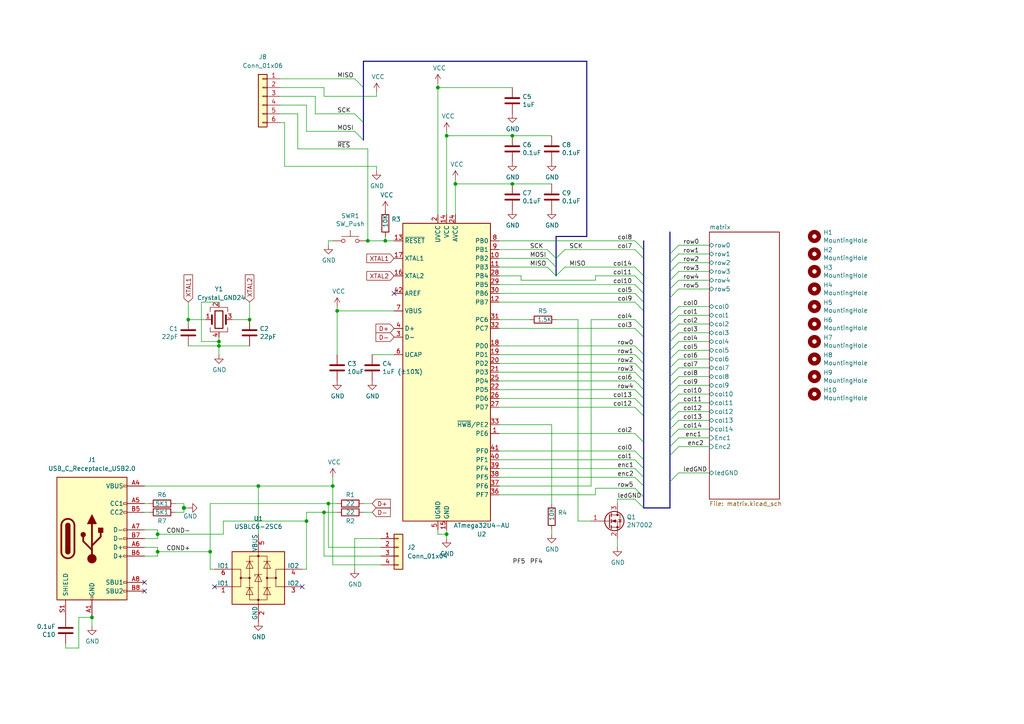
<source format=kicad_sch>
(kicad_sch (version 20231120) (generator "eeschema") (generator_version "8.0")
  (paper "A4")
  (title_block (title "Adelheid") (rev "2.0") (company "floookay"))
  (lib_symbols
    (symbol "Connector:USB_C_Receptacle_USB2.0" (pin_names (offset 1.016))
      (property "Reference" "J" (at -10.16 19.05 0))
      (property "Value" "USB_C_Receptacle_USB2.0" (at 19.05 19.05 0))
      (symbol "USB_C_Receptacle_USB2.0_0_0"
        (rectangle (start -0.254 -17.78) (end 0.254 -16.764))
        (rectangle (start 10.16 -14.986) (end 9.144 -15.494))
        (rectangle (start 10.16 -12.446) (end 9.144 -12.954))
        (rectangle (start 10.16 -4.826) (end 9.144 -5.334))
        (rectangle (start 10.16 -2.286) (end 9.144 -2.794))
        (rectangle (start 10.16 0.254) (end 9.144 -0.254))
        (rectangle (start 10.16 2.794) (end 9.144 2.286))
        (rectangle (start 10.16 7.874) (end 9.144 7.366))
        (rectangle (start 10.16 10.414) (end 9.144 9.906))
        (rectangle (start 10.16 15.494) (end 9.144 14.986))
      )
      (symbol "USB_C_Receptacle_USB2.0_0_1"
        (rectangle (start -10.16 17.78) (end 10.16 -17.78) (stroke (width 0.254)) (fill (type background)))
        (arc (start -8.89 -3.81) (mid -6.985 -5.7067) (end -5.08 -3.81) (stroke (width 0.508)))
        (arc (start -7.62 -3.81) (mid -6.985 -4.4423) (end -6.35 -3.81) (stroke (width 0.254)))
        (arc (start -7.62 -3.81) (mid -6.985 -4.4423) (end -6.35 -3.81) (stroke (width 0.254)) (fill (type outline)))
        (rectangle (start -7.62 -3.81) (end -6.35 3.81) (stroke (width 0.254)) (fill (type outline)))
        (arc (start -6.35 3.81) (mid -6.985 4.4423) (end -7.62 3.81) (stroke (width 0.254)))
        (arc (start -6.35 3.81) (mid -6.985 4.4423) (end -7.62 3.81) (stroke (width 0.254)) (fill (type outline)))
        (arc (start -5.08 3.81) (mid -6.985 5.7067) (end -8.89 3.81) (stroke (width 0.508)))
        (circle (center -2.54 1.143) (radius 0.635) (stroke (width 0.254)) (fill (type outline)))
        (circle (center 0 -5.842) (radius 1.27) (fill (type outline)))
        (polyline (pts (xy -8.89 -3.81) (xy -8.89 3.81)) (stroke (width 0.508)))
        (polyline (pts (xy -5.08 3.81) (xy -5.08 -3.81)) (stroke (width 0.508)))
        (polyline (pts (xy 0 -5.842) (xy 0 4.318)) (stroke (width 0.508)))
        (polyline (pts (xy 0 -3.302) (xy -2.54 -0.762) (xy -2.54 0.508)) (stroke (width 0.508)))
        (polyline (pts (xy 0 -2.032) (xy 2.54 0.508) (xy 2.54 1.778)) (stroke (width 0.508)))
        (polyline (pts (xy -1.27 4.318) (xy 0 6.858) (xy 1.27 4.318) (xy -1.27 4.318)) (stroke (width 0.254)) (fill (type outline)))
        (rectangle (start 1.905 1.778) (end 3.175 3.048) (stroke (width 0.254)) (fill (type outline)))
      )
      (symbol "USB_C_Receptacle_USB2.0_1_1"
        (pin passive line (at 0 -22.86 90) (length 5.08) (name "GND") (number "A1"))
        (pin passive line (at 0 -22.86 90) (length 5.08) hide (name "GND") (number "A12"))
        (pin passive line (at 15.24 15.24 180) (length 5.08) (name "VBUS") (number "A4"))
        (pin bidirectional line (at 15.24 10.16 180) (length 5.08) (name "CC1") (number "A5"))
        (pin bidirectional line (at 15.24 -2.54 180) (length 5.08) (name "D+") (number "A6"))
        (pin bidirectional line (at 15.24 2.54 180) (length 5.08) (name "D-") (number "A7"))
        (pin bidirectional line (at 15.24 -12.7 180) (length 5.08) (name "SBU1") (number "A8"))
        (pin passive line (at 15.24 15.24 180) (length 5.08) hide (name "VBUS") (number "A9"))
        (pin passive line (at 0 -22.86 90) (length 5.08) hide (name "GND") (number "B1"))
        (pin passive line (at 0 -22.86 90) (length 5.08) hide (name "GND") (number "B12"))
        (pin passive line (at 15.24 15.24 180) (length 5.08) hide (name "VBUS") (number "B4"))
        (pin bidirectional line (at 15.24 7.62 180) (length 5.08) (name "CC2") (number "B5"))
        (pin bidirectional line (at 15.24 -5.08 180) (length 5.08) (name "D+") (number "B6"))
        (pin bidirectional line (at 15.24 0 180) (length 5.08) (name "D-") (number "B7"))
        (pin bidirectional line (at 15.24 -15.24 180) (length 5.08) (name "SBU2") (number "B8"))
        (pin passive line (at 15.24 15.24 180) (length 5.08) hide (name "VBUS") (number "B9"))
        (pin passive line (at -7.62 -22.86 90) (length 5.08) (name "SHIELD") (number "S1"))
      )
    )
    (symbol "Connector_Generic:Conn_01x04" (pin_names (offset 1.016) hide)
      (property "Reference" "J" (at 0 5.08 0))
      (property "Value" "Conn_01x04" (at 0 -7.62 0))
      (symbol "Conn_01x04_1_1"
        (rectangle (start -1.27 -4.953) (end 0 -5.207) (stroke (width 0.1524)))
        (rectangle (start -1.27 -2.413) (end 0 -2.667) (stroke (width 0.1524)))
        (rectangle (start -1.27 0.127) (end 0 -0.127) (stroke (width 0.1524)))
        (rectangle (start -1.27 2.667) (end 0 2.413) (stroke (width 0.1524)))
        (rectangle (start -1.27 3.81) (end 1.27 -6.35) (stroke (width 0.254)) (fill (type background)))
        (pin passive line (at -5.08 2.54 0) (length 3.81) (name "Pin_1") (number "1"))
        (pin passive line (at -5.08 0 0) (length 3.81) (name "Pin_2") (number "2"))
        (pin passive line (at -5.08 -2.54 0) (length 3.81) (name "Pin_3") (number "3"))
        (pin passive line (at -5.08 -5.08 0) (length 3.81) (name "Pin_4") (number "4"))
      )
    )
    (symbol "Connector_Generic:Conn_01x06" (pin_names (offset 1.016) hide)
      (property "Reference" "J" (at 0 7.62 0))
      (property "Value" "Conn_01x06" (at 0 -10.16 0))
      (symbol "Conn_01x06_1_1"
        (rectangle (start -1.27 -7.493) (end 0 -7.747) (stroke (width 0.1524)))
        (rectangle (start -1.27 -4.953) (end 0 -5.207) (stroke (width 0.1524)))
        (rectangle (start -1.27 -2.413) (end 0 -2.667) (stroke (width 0.1524)))
        (rectangle (start -1.27 0.127) (end 0 -0.127) (stroke (width 0.1524)))
        (rectangle (start -1.27 2.667) (end 0 2.413) (stroke (width 0.1524)))
        (rectangle (start -1.27 5.207) (end 0 4.953) (stroke (width 0.1524)))
        (rectangle (start -1.27 6.35) (end 1.27 -8.89) (stroke (width 0.254)) (fill (type background)))
        (pin passive line (at -5.08 5.08 0) (length 3.81) (name "Pin_1") (number "1"))
        (pin passive line (at -5.08 2.54 0) (length 3.81) (name "Pin_2") (number "2"))
        (pin passive line (at -5.08 0 0) (length 3.81) (name "Pin_3") (number "3"))
        (pin passive line (at -5.08 -2.54 0) (length 3.81) (name "Pin_4") (number "4"))
        (pin passive line (at -5.08 -5.08 0) (length 3.81) (name "Pin_5") (number "5"))
        (pin passive line (at -5.08 -7.62 0) (length 3.81) (name "Pin_6") (number "6"))
      )
    )
    (symbol "Device:C" (pin_numbers hide) (pin_names (offset 0.254))
      (property "Reference" "C" (at 0.635 2.54 0))
      (property "Value" "C" (at 0.635 -2.54 0))
      (symbol "C_0_1"
        (polyline (pts (xy -2.032 -0.762) (xy 2.032 -0.762)) (stroke (width 0.508)))
        (polyline (pts (xy -2.032 0.762) (xy 2.032 0.762)) (stroke (width 0.508)))
      )
      (symbol "C_1_1"
        (pin passive line (at 0 3.81 270) (length 2.794) (name "~") (number "1"))
        (pin passive line (at 0 -3.81 90) (length 2.794) (name "~") (number "2"))
      )
    )
    (symbol "Device:Crystal_GND24" (pin_names (offset 1.016) hide)
      (property "Reference" "Y" (at 3.175 5.08 0))
      (property "Value" "Crystal_GND24" (at 3.175 3.175 0))
      (symbol "Crystal_GND24_0_1"
        (rectangle (start -1.143 2.54) (end 1.143 -2.54) (stroke (width 0.3048)))
        (polyline (pts (xy -2.54 0) (xy -2.032 0)))
        (polyline (pts (xy -2.032 -1.27) (xy -2.032 1.27)) (stroke (width 0.508)))
        (polyline (pts (xy 0 -3.81) (xy 0 -3.556)))
        (polyline (pts (xy 0 3.556) (xy 0 3.81)))
        (polyline (pts (xy 2.032 -1.27) (xy 2.032 1.27)) (stroke (width 0.508)))
        (polyline (pts (xy 2.032 0) (xy 2.54 0)))
        (polyline (pts (xy -2.54 -2.286) (xy -2.54 -3.556) (xy 2.54 -3.556) (xy 2.54 -2.286)))
        (polyline (pts (xy -2.54 2.286) (xy -2.54 3.556) (xy 2.54 3.556) (xy 2.54 2.286)))
      )
      (symbol "Crystal_GND24_1_1"
        (pin passive line (at -3.81 0 0) (length 1.27) (name "1") (number "1"))
        (pin passive line (at 0 5.08 270) (length 1.27) (name "2") (number "2"))
        (pin passive line (at 3.81 0 180) (length 1.27) (name "3") (number "3"))
        (pin passive line (at 0 -5.08 90) (length 1.27) (name "4") (number "4"))
      )
    )
    (symbol "Device:R" (pin_numbers hide) (pin_names (offset 0))
      (property "Reference" "R" (at 2.032 0 90))
      (property "Value" "R" (at 0 0 90))
      (symbol "R_0_1"
        (rectangle (start -1.016 -2.54) (end 1.016 2.54) (stroke (width 0.254)))
      )
      (symbol "R_1_1"
        (pin passive line (at 0 3.81 270) (length 1.27) (name "~") (number "1"))
        (pin passive line (at 0 -3.81 90) (length 1.27) (name "~") (number "2"))
      )
    )
    (symbol "Mechanical:MountingHole" (pin_names (offset 1.016))
      (property "Reference" "H" (at 0 5.08 0))
      (property "Value" "MountingHole" (at 0 3.175 0))
      (symbol "MountingHole_0_1"
        (circle (center 0 0) (radius 1.27) (stroke (width 1.27)))
      )
    )
    (symbol "Switch:SW_Push" (pin_numbers hide) (pin_names (offset 1.016) hide)
      (property "Reference" "SW" (at 1.27 2.54 0))
      (property "Value" "SW_Push" (at 0 -1.524 0))
      (symbol "SW_Push_0_1"
        (circle (center -2.032 0) (radius 0.508))
        (polyline (pts (xy 0 1.27) (xy 0 3.048)))
        (polyline (pts (xy 2.54 1.27) (xy -2.54 1.27)))
        (circle (center 2.032 0) (radius 0.508))
        (pin passive line (at -5.08 0 0) (length 2.54) (name "1") (number "1"))
        (pin passive line (at 5.08 0 180) (length 2.54) (name "2") (number "2"))
      )
    )
    (symbol "Transistor_FET:2N7002" (pin_names hide)
      (property "Reference" "Q" (at 5.08 1.905 0))
      (property "Value" "2N7002" (at 5.08 0 0))
      (symbol "2N7002_0_1"
        (polyline (pts (xy 0.254 0) (xy -2.54 0)))
        (polyline (pts (xy 0.254 1.905) (xy 0.254 -1.905)) (stroke (width 0.254)))
        (polyline (pts (xy 0.762 -1.27) (xy 0.762 -2.286)) (stroke (width 0.254)))
        (polyline (pts (xy 0.762 0.508) (xy 0.762 -0.508)) (stroke (width 0.254)))
        (polyline (pts (xy 0.762 2.286) (xy 0.762 1.27)) (stroke (width 0.254)))
        (polyline (pts (xy 2.54 2.54) (xy 2.54 1.778)))
        (polyline (pts (xy 2.54 -2.54) (xy 2.54 0) (xy 0.762 0)))
        (polyline (pts (xy 0.762 -1.778) (xy 3.302 -1.778) (xy 3.302 1.778) (xy 0.762 1.778)))
        (polyline (pts (xy 1.016 0) (xy 2.032 0.381) (xy 2.032 -0.381) (xy 1.016 0)) (fill (type outline)))
        (polyline (pts (xy 2.794 0.508) (xy 2.921 0.381) (xy 3.683 0.381) (xy 3.81 0.254)))
        (polyline (pts (xy 3.302 0.381) (xy 2.921 -0.254) (xy 3.683 -0.254) (xy 3.302 0.381)))
        (circle (center 1.651 0) (radius 2.794) (stroke (width 0.254)))
        (circle (center 2.54 -1.778) (radius 0.254) (fill (type outline)))
        (circle (center 2.54 1.778) (radius 0.254) (fill (type outline)))
      )
      (symbol "2N7002_1_1"
        (pin input line (at -5.08 0 0) (length 2.54) (name "G") (number "1"))
        (pin passive line (at 2.54 -5.08 90) (length 2.54) (name "S") (number "2"))
        (pin passive line (at 2.54 5.08 270) (length 2.54) (name "D") (number "3"))
      )
    )
    (symbol "keeb-comps:ATmega32U4-AU-MCU_Microchip_ATmega"
      (property "Reference" "U" (at -12.7 44.45 0))
      (property "Value" "adelheid-rescue_ATmega32U4-AU-MCU_Microchip_ATmega" (at 2.54 -44.45 0))
      (symbol "ATmega32U4-AU-MCU_Microchip_ATmega_0_1"
        (rectangle (start -12.7 -43.18) (end 12.7 43.18) (stroke (width 0.254)) (fill (type background)))
      )
      (symbol "ATmega32U4-AU-MCU_Microchip_ATmega_1_1"
        (pin tri_state line (at 15.24 -17.78 180) (length 2.54) (name "PE6") (number "1"))
        (pin tri_state line (at 15.24 33.02 180) (length 2.54) (name "PB2") (number "10"))
        (pin tri_state line (at 15.24 30.48 180) (length 2.54) (name "PB3") (number "11"))
        (pin tri_state line (at 15.24 20.32 180) (length 2.54) (name "PB7") (number "12"))
        (pin input line (at -15.24 38.1 0) (length 2.54) (name "~{RESET}") (number "13"))
        (pin power_in line (at 0 45.72 270) (length 2.54) (name "VCC") (number "14"))
        (pin power_in line (at 0 -45.72 90) (length 2.54) (name "GND") (number "15"))
        (pin output line (at -15.24 27.94 0) (length 2.54) (name "XTAL2") (number "16"))
        (pin input line (at -15.24 33.02 0) (length 2.54) (name "XTAL1") (number "17"))
        (pin tri_state line (at 15.24 7.62 180) (length 2.54) (name "PD0") (number "18"))
        (pin tri_state line (at 15.24 5.08 180) (length 2.54) (name "PD1") (number "19"))
        (pin power_in line (at -2.54 45.72 270) (length 2.54) (name "UVCC") (number "2"))
        (pin tri_state line (at 15.24 2.54 180) (length 2.54) (name "PD2") (number "20"))
        (pin tri_state line (at 15.24 0 180) (length 2.54) (name "PD3") (number "21"))
        (pin tri_state line (at 15.24 -5.08 180) (length 2.54) (name "PD5") (number "22"))
        (pin passive line (at 0 -45.72 90) (length 2.54) hide (name "GND") (number "23"))
        (pin power_in line (at 2.54 45.72 270) (length 2.54) (name "AVCC") (number "24"))
        (pin tri_state line (at 15.24 -2.54 180) (length 2.54) (name "PD4") (number "25"))
        (pin tri_state line (at 15.24 -7.62 180) (length 2.54) (name "PD6") (number "26"))
        (pin tri_state line (at 15.24 -10.16 180) (length 2.54) (name "PD7") (number "27"))
        (pin tri_state line (at 15.24 27.94 180) (length 2.54) (name "PB4") (number "28"))
        (pin tri_state line (at 15.24 25.4 180) (length 2.54) (name "PB5") (number "29"))
        (pin bidirectional line (at -15.24 10.16 0) (length 2.54) (name "D-") (number "3"))
        (pin tri_state line (at 15.24 22.86 180) (length 2.54) (name "PB6") (number "30"))
        (pin tri_state line (at 15.24 15.24 180) (length 2.54) (name "PC6") (number "31"))
        (pin tri_state line (at 15.24 12.7 180) (length 2.54) (name "PC7") (number "32"))
        (pin tri_state line (at 15.24 -15.24 180) (length 2.54) (name "~{HWB}/PE2") (number "33"))
        (pin passive line (at 0 45.72 270) (length 2.54) hide (name "VCC") (number "34"))
        (pin passive line (at 0 -45.72 90) (length 2.54) hide (name "GND") (number "35"))
        (pin tri_state line (at 15.24 -35.56 180) (length 2.54) (name "PF7") (number "36"))
        (pin tri_state line (at 15.24 -33.02 180) (length 2.54) (name "PF6") (number "37"))
        (pin tri_state line (at 15.24 -30.48 180) (length 2.54) (name "PF5") (number "38"))
        (pin tri_state line (at 15.24 -27.94 180) (length 2.54) (name "PF4") (number "39"))
        (pin bidirectional line (at -15.24 12.7 0) (length 2.54) (name "D+") (number "4"))
        (pin tri_state line (at 15.24 -25.4 180) (length 2.54) (name "PF1") (number "40"))
        (pin tri_state line (at 15.24 -22.86 180) (length 2.54) (name "PF0") (number "41"))
        (pin passive line (at -15.24 22.86 0) (length 2.54) (name "AREF") (number "42"))
        (pin passive line (at 0 -45.72 90) (length 2.54) hide (name "GND") (number "43"))
        (pin passive line (at 2.54 45.72 270) (length 2.54) hide (name "AVCC") (number "44"))
        (pin passive line (at -2.54 -45.72 90) (length 2.54) (name "UGND") (number "5"))
        (pin passive line (at -15.24 5.08 0) (length 2.54) (name "UCAP") (number "6"))
        (pin input line (at -15.24 17.78 0) (length 2.54) (name "VBUS") (number "7"))
        (pin tri_state line (at 15.24 38.1 180) (length 2.54) (name "PB0") (number "8"))
        (pin tri_state line (at 15.24 35.56 180) (length 2.54) (name "PB1") (number "9"))
      )
    )
    (symbol "keeb-comps:USBLC6-2SC6-Power_Protection-adelheid-rescue" (pin_names (offset 0))
      (property "Reference" "U" (at 5.08 8.89 0))
      (property "Value" "adelheid-rescue_USBLC6-2SC6-Power_Protection" (at 10.16 -10.16 0))
      (symbol "USBLC6-2SC6-Power_Protection-adelheid-rescue_0_1"
        (rectangle (start -7.62 -7.62) (end 7.62 7.62) (stroke (width 0.254)) (fill (type background)))
        (circle (center -5.08 0) (radius 0.254) (fill (type outline)))
        (circle (center -2.54 0) (radius 0.254) (fill (type outline)))
        (rectangle (start -2.54 6.35) (end 2.54 -6.35))
        (circle (center 0 -6.35) (radius 0.254) (fill (type outline)))
        (polyline (pts (xy -5.08 -2.54) (xy -7.62 -2.54)))
        (polyline (pts (xy -5.08 0) (xy -5.08 -2.54)))
        (polyline (pts (xy -5.08 2.54) (xy -7.62 2.54)))
        (polyline (pts (xy -1.524 -2.794) (xy -3.556 -2.794)))
        (polyline (pts (xy -1.524 4.826) (xy -3.556 4.826)))
        (polyline (pts (xy 0 -7.62) (xy 0 -6.35)))
        (polyline (pts (xy 0 -6.35) (xy 0 1.27)))
        (polyline (pts (xy 0 1.27) (xy 0 6.35)))
        (polyline (pts (xy 0 6.35) (xy 0 7.62)))
        (polyline (pts (xy 1.524 -2.794) (xy 3.556 -2.794)))
        (polyline (pts (xy 1.524 4.826) (xy 3.556 4.826)))
        (polyline (pts (xy 5.08 -2.54) (xy 7.62 -2.54)))
        (polyline (pts (xy 5.08 0) (xy 5.08 -2.54)))
        (polyline (pts (xy 5.08 2.54) (xy 7.62 2.54)))
        (polyline (pts (xy -2.54 0) (xy -5.08 0) (xy -5.08 2.54)))
        (polyline (pts (xy 2.54 0) (xy 5.08 0) (xy 5.08 2.54)))
        (polyline (pts (xy -3.556 -4.826) (xy -1.524 -4.826) (xy -2.54 -2.794) (xy -3.556 -4.826)))
        (polyline (pts (xy -3.556 2.794) (xy -1.524 2.794) (xy -2.54 4.826) (xy -3.556 2.794)))
        (polyline (pts (xy -1.016 -1.016) (xy 1.016 -1.016) (xy 0 1.016) (xy -1.016 -1.016)))
        (polyline (pts (xy 1.016 1.016) (xy 0.762 1.016) (xy -1.016 1.016) (xy -1.016 0.508)))
        (polyline (pts (xy 3.556 -4.826) (xy 1.524 -4.826) (xy 2.54 -2.794) (xy 3.556 -4.826)))
        (polyline (pts (xy 3.556 2.794) (xy 1.524 2.794) (xy 2.54 4.826) (xy 3.556 2.794)))
        (circle (center 0 6.35) (radius 0.254) (fill (type outline)))
        (circle (center 2.54 0) (radius 0.254) (fill (type outline)))
        (circle (center 5.08 0) (radius 0.254) (fill (type outline)))
      )
      (symbol "USBLC6-2SC6-Power_Protection-adelheid-rescue_1_1"
        (pin passive line (at -12.7 -2.54 0) (length 5.08) (name "IO1") (number "1"))
        (pin passive line (at 0 -12.7 90) (length 5.08) (name "GND") (number "2"))
        (pin passive line (at 12.7 -2.54 180) (length 5.08) (name "IO2") (number "3"))
        (pin passive line (at 12.7 2.54 180) (length 5.08) (name "IO2") (number "4"))
        (pin passive line (at 0 12.7 270) (length 5.08) (name "VBUS") (number "5"))
        (pin passive line (at -12.7 2.54 0) (length 5.08) (name "IO1") (number "6"))
      )
    )
    (symbol "power:GND" (power) (pin_names (offset 0))
      (property "Value" "GND" (at 0 -3.81 0))
      (symbol "GND_0_1"
        (polyline (pts (xy 0 0) (xy 0 -1.27) (xy 1.27 -1.27) (xy 0 -2.54) (xy -1.27 -1.27) (xy 0 -1.27)))
      )
      (symbol "GND_1_1"
        (pin power_in line (at 0 0 270) (length 0) hide (name "GND") (number "1"))
      )
    )
    (symbol "power:VCC" (power) (pin_names (offset 0))
      (property "Value" "VCC" (at 0 3.81 0))
      (symbol "VCC_0_1"
        (polyline (pts (xy -0.762 1.27) (xy 0 2.54)))
        (polyline (pts (xy 0 0) (xy 0 2.54)))
        (polyline (pts (xy 0 2.54) (xy 0.762 1.27)))
      )
      (symbol "VCC_1_1"
        (pin power_in line (at 0 0 90) (length 0) hide (name "VCC") (number "1"))
      )
    )
  )
  (junction (at 53.34 147.32) (diameter 1.016))
  (junction (at 26.67 179.07))
  (junction (at 106.68 69.85))
  (junction (at 60.96 160.02))
  (junction (at 45.72 160.02))
  (junction (at 148.59 39.37))
  (junction (at 63.5 99.06))
  (junction (at 96.52 140.97))
  (junction (at 88.9 151.13))
  (junction (at 129.54 39.37))
  (junction (at 74.93 140.97))
  (junction (at 63.5 100.33))
  (junction (at 129.54 154.94))
  (junction (at 97.79 90.17))
  (junction (at 148.59 53.34))
  (junction (at 95.25 146.05))
  (junction (at 111.76 69.85))
  (junction (at 132.08 53.34))
  (junction (at 72.39 92.71))
  (junction (at 54.61 92.71))
  (junction (at 127 25.4))
  (junction (at 93.98 148.59))
  (junction (at 45.72 154.94))
  (no_connect (at 41.91 168.91))
  (no_connect (at 114.3 85.09))
  (no_connect (at 62.23 170.18))
  (no_connect (at 41.91 171.45))
  (no_connect (at 87.63 170.18))
  (bus_entry (at 184.15 130.81) (size 2.54 2.54))
  (bus_entry (at 102.87 38.1) (size 2.54 2.54))
  (bus_entry (at 184.15 118.11) (size 2.54 2.54))
  (bus_entry (at 184.15 77.47) (size 2.54 2.54))
  (bus_entry (at 194.31 116.84) (size 2.54 -2.54))
  (bus_entry (at 194.31 109.22) (size 2.54 -2.54))
  (bus_entry (at 184.15 133.35) (size 2.54 2.54))
  (bus_entry (at 184.15 100.33) (size 2.54 2.54))
  (bus_entry (at 194.31 111.76) (size 2.54 -2.54))
  (bus_entry (at 102.87 22.86) (size 2.54 2.54))
  (bus_entry (at 194.31 81.28) (size 2.54 -2.54))
  (bus_entry (at 194.31 93.98) (size 2.54 -2.54))
  (bus_entry (at 194.31 83.82) (size 2.54 -2.54))
  (bus_entry (at 184.15 72.39) (size 2.54 2.54))
  (bus_entry (at 184.15 102.87) (size 2.54 2.54))
  (bus_entry (at 194.31 104.14) (size 2.54 -2.54))
  (bus_entry (at 194.31 121.92) (size 2.54 -2.54))
  (bus_entry (at 184.15 80.01) (size 2.54 2.54))
  (bus_entry (at 194.31 73.66) (size 2.54 -2.54))
  (bus_entry (at 194.31 101.6) (size 2.54 -2.54))
  (bus_entry (at 184.15 135.89) (size 2.54 2.54))
  (bus_entry (at 184.15 87.63) (size 2.54 2.54))
  (bus_entry (at 194.31 139.7) (size 2.54 -2.54))
  (bus_entry (at 194.31 78.74) (size 2.54 -2.54))
  (bus_entry (at 194.31 91.44) (size 2.54 -2.54))
  (bus_entry (at 194.31 76.2) (size 2.54 -2.54))
  (bus_entry (at 184.15 138.43) (size 2.54 2.54))
  (bus_entry (at 186.69 147.32) (size -2.54 -2.54))
  (bus_entry (at 184.15 115.57) (size 2.54 2.54))
  (bus_entry (at 194.31 124.46) (size 2.54 -2.54))
  (bus_entry (at 194.31 132.08) (size 2.54 -2.54))
  (bus_entry (at 184.15 85.09) (size 2.54 2.54))
  (bus_entry (at 184.15 107.95) (size 2.54 2.54))
  (bus_entry (at 194.31 86.36) (size 2.54 -2.54))
  (bus_entry (at 184.15 82.55) (size 2.54 2.54))
  (bus_entry (at 184.15 92.71) (size 2.54 2.54))
  (bus_entry (at 194.31 114.3) (size 2.54 -2.54))
  (bus_entry (at 184.15 125.73) (size 2.54 2.54))
  (bus_entry (at 194.31 106.68) (size 2.54 -2.54))
  (bus_entry (at 158.75 72.39) (size 2.54 2.54))
  (bus_entry (at 194.31 99.06) (size 2.54 -2.54))
  (bus_entry (at 194.31 129.54) (size 2.54 -2.54))
  (bus_entry (at 184.15 95.25) (size 2.54 2.54))
  (bus_entry (at 158.75 77.47) (size 2.54 2.54))
  (bus_entry (at 184.15 69.85) (size 2.54 2.54))
  (bus_entry (at 194.31 96.52) (size 2.54 -2.54))
  (bus_entry (at 184.15 110.49) (size 2.54 2.54))
  (bus_entry (at 158.75 74.93) (size 2.54 2.54))
  (bus_entry (at 161.29 74.93) (size 2.54 -2.54))
  (bus_entry (at 194.31 127) (size 2.54 -2.54))
  (bus_entry (at 102.87 33.02) (size 2.54 2.54))
  (bus_entry (at 194.31 119.38) (size 2.54 -2.54))
  (bus_entry (at 184.15 105.41) (size 2.54 2.54))
  (bus_entry (at 161.29 80.01) (size 2.54 -2.54))
  (bus_entry (at 186.69 144.145) (size -2.54 -2.54))
  (bus_entry (at 184.15 113.03) (size 2.54 2.54))
  (wire (pts (xy 88.9 151.13) (xy 88.9 165.1)))
  (bus (pts (xy 161.29 74.93) (xy 161.29 77.47)))
  (wire (pts (xy 127 153.67) (xy 127 154.94)))
  (wire (pts (xy 196.85 109.22) (xy 205.74 109.22)))
  (bus (pts (xy 194.31 78.74) (xy 194.31 81.28)))
  (bus (pts (xy 186.69 118.11) (xy 186.69 120.65)))
  (wire (pts (xy 93.98 161.29) (xy 110.49 161.29)))
  (wire (pts (xy 67.31 92.71) (xy 72.39 92.71)))
  (wire (pts (xy 163.83 77.47) (xy 184.15 77.47)))
  (wire (pts (xy 161.29 92.71) (xy 167.64 92.71)))
  (bus (pts (xy 194.31 111.76) (xy 194.31 114.3)))
  (bus (pts (xy 194.31 86.36) (xy 194.31 91.44)))
  (wire (pts (xy 172.72 141.605) (xy 172.72 143.51)))
  (wire (pts (xy 96.52 163.83) (xy 110.49 163.83)))
  (wire (pts (xy 163.83 72.39) (xy 184.15 72.39)))
  (wire (pts (xy 196.85 93.98) (xy 205.74 93.98)))
  (bus (pts (xy 194.31 104.14) (xy 194.31 106.68)))
  (wire (pts (xy 19.05 187.96) (xy 22.86 187.96)))
  (wire (pts (xy 60.96 165.1) (xy 60.96 160.02)))
  (wire (pts (xy 144.78 115.57) (xy 184.15 115.57)))
  (bus (pts (xy 194.31 81.28) (xy 194.31 83.82)))
  (wire (pts (xy 205.74 73.66) (xy 196.85 73.66)))
  (wire (pts (xy 196.85 76.2) (xy 205.74 76.2)))
  (bus (pts (xy 105.41 35.56) (xy 105.41 40.64)))
  (wire (pts (xy 41.91 140.97) (xy 74.93 140.97)))
  (wire (pts (xy 179.07 144.78) (xy 179.07 146.05)))
  (wire (pts (xy 93.98 161.29) (xy 93.98 148.59)))
  (wire (pts (xy 144.78 135.89) (xy 184.15 135.89)))
  (bus (pts (xy 105.41 17.78) (xy 105.41 25.4)))
  (wire (pts (xy 91.44 27.94) (xy 91.44 33.02)))
  (bus (pts (xy 194.31 121.92) (xy 194.31 124.46)))
  (wire (pts (xy 96.52 138.43) (xy 96.52 140.97)))
  (wire (pts (xy 45.72 160.02) (xy 45.72 161.29)))
  (wire (pts (xy 144.78 143.51) (xy 172.72 143.51)))
  (wire (pts (xy 97.79 90.17) (xy 97.79 102.87)))
  (wire (pts (xy 88.9 148.59) (xy 88.9 151.13)))
  (wire (pts (xy 74.93 140.97) (xy 74.93 154.94)))
  (bus (pts (xy 186.69 105.41) (xy 186.69 107.95)))
  (bus (pts (xy 194.31 109.22) (xy 194.31 111.76)))
  (wire (pts (xy 41.91 161.29) (xy 45.72 161.29)))
  (wire (pts (xy 96.52 69.85) (xy 95.25 69.85)))
  (wire (pts (xy 109.22 48.26) (xy 109.22 49.53)))
  (wire (pts (xy 196.85 106.68) (xy 205.74 106.68)))
  (wire (pts (xy 196.85 78.74) (xy 205.74 78.74)))
  (wire (pts (xy 45.72 154.94) (xy 45.72 156.21)))
  (bus (pts (xy 194.31 127) (xy 194.31 129.54)))
  (wire (pts (xy 95.25 146.05) (xy 97.79 146.05)))
  (wire (pts (xy 196.85 104.14) (xy 205.74 104.14)))
  (bus (pts (xy 105.41 25.4) (xy 105.41 35.56)))
  (bus (pts (xy 161.29 77.47) (xy 161.29 80.01)))
  (bus (pts (xy 194.31 83.82) (xy 194.31 86.36)))
  (wire (pts (xy 82.55 48.26) (xy 82.55 35.56)))
  (wire (pts (xy 196.85 99.06) (xy 205.74 99.06)))
  (wire (pts (xy 127 154.94) (xy 129.54 154.94)))
  (wire (pts (xy 54.61 92.71) (xy 59.69 92.71)))
  (wire (pts (xy 196.85 111.76) (xy 205.74 111.76)))
  (wire (pts (xy 58.42 87.63) (xy 58.42 99.06)))
  (wire (pts (xy 93.98 148.59) (xy 97.79 148.59)))
  (wire (pts (xy 110.49 156.21) (xy 102.87 156.21)))
  (wire (pts (xy 144.78 77.47) (xy 158.75 77.47)))
  (wire (pts (xy 26.67 179.07) (xy 26.67 181.61)))
  (wire (pts (xy 144.78 107.95) (xy 184.15 107.95)))
  (wire (pts (xy 144.78 85.09) (xy 184.15 85.09)))
  (wire (pts (xy 91.44 33.02) (xy 102.87 33.02)))
  (wire (pts (xy 53.34 147.32) (xy 53.34 148.59)))
  (wire (pts (xy 54.61 100.33) (xy 63.5 100.33)))
  (wire (pts (xy 132.08 52.07) (xy 132.08 53.34)))
  (wire (pts (xy 160.02 154.94) (xy 160.02 153.67)))
  (wire (pts (xy 54.61 92.71) (xy 54.61 87.63)))
  (wire (pts (xy 144.78 105.41) (xy 184.15 105.41)))
  (wire (pts (xy 132.08 53.34) (xy 132.08 62.23)))
  (wire (pts (xy 144.78 100.33) (xy 184.15 100.33)))
  (wire (pts (xy 95.25 158.75) (xy 110.49 158.75)))
  (wire (pts (xy 45.72 160.02) (xy 60.96 160.02)))
  (wire (pts (xy 45.72 154.94) (xy 64.77 154.94)))
  (wire (pts (xy 54.61 147.32) (xy 53.34 147.32)))
  (wire (pts (xy 22.86 187.96) (xy 22.86 179.07)))
  (wire (pts (xy 41.91 153.67) (xy 45.72 153.67)))
  (wire (pts (xy 86.36 43.18) (xy 106.68 43.18)))
  (bus (pts (xy 161.29 68.58) (xy 161.29 74.93)))
  (wire (pts (xy 45.72 153.67) (xy 45.72 154.94)))
  (bus (pts (xy 186.69 85.09) (xy 186.69 87.63)))
  (bus (pts (xy 186.69 82.55) (xy 186.69 85.09)))
  (wire (pts (xy 88.9 148.59) (xy 93.98 148.59)))
  (wire (pts (xy 196.85 91.44) (xy 205.74 91.44)))
  (wire (pts (xy 196.85 129.54) (xy 205.74 129.54)))
  (wire (pts (xy 144.78 123.19) (xy 160.02 123.19)))
  (wire (pts (xy 144.78 125.73) (xy 184.15 125.73)))
  (wire (pts (xy 96.52 140.97) (xy 74.93 140.97)))
  (wire (pts (xy 93.98 27.94) (xy 93.98 25.4)))
  (wire (pts (xy 111.76 68.58) (xy 111.76 69.85)))
  (wire (pts (xy 63.5 87.63) (xy 58.42 87.63)))
  (wire (pts (xy 172.72 141.605) (xy 184.15 141.605)))
  (wire (pts (xy 151.13 81.28) (xy 172.72 81.28)))
  (bus (pts (xy 194.31 67.31) (xy 194.31 73.66)))
  (wire (pts (xy 81.28 33.02) (xy 86.36 33.02)))
  (wire (pts (xy 196.85 127) (xy 205.74 127)))
  (wire (pts (xy 81.28 22.86) (xy 102.87 22.86)))
  (wire (pts (xy 144.78 113.03) (xy 184.15 113.03)))
  (wire (pts (xy 144.78 133.35) (xy 184.15 133.35)))
  (wire (pts (xy 167.64 92.71) (xy 167.64 151.13)))
  (wire (pts (xy 167.64 151.13) (xy 171.45 151.13)))
  (wire (pts (xy 81.28 27.94) (xy 91.44 27.94)))
  (wire (pts (xy 106.68 43.18) (xy 106.68 69.85)))
  (wire (pts (xy 144.78 87.63) (xy 184.15 87.63)))
  (wire (pts (xy 97.79 90.17) (xy 97.79 88.9)))
  (wire (pts (xy 132.08 53.34) (xy 148.59 53.34)))
  (wire (pts (xy 144.78 95.25) (xy 184.15 95.25)))
  (bus (pts (xy 194.31 91.44) (xy 194.31 93.98)))
  (wire (pts (xy 88.9 30.48) (xy 81.28 30.48)))
  (wire (pts (xy 43.18 146.05) (xy 41.91 146.05)))
  (bus (pts (xy 194.31 99.06) (xy 194.31 101.6)))
  (wire (pts (xy 144.78 140.97) (xy 171.45 140.97)))
  (wire (pts (xy 43.18 148.59) (xy 41.91 148.59)))
  (wire (pts (xy 129.54 153.67) (xy 129.54 154.94)))
  (wire (pts (xy 86.36 33.02) (xy 86.36 43.18)))
  (wire (pts (xy 129.54 38.1) (xy 129.54 39.37)))
  (wire (pts (xy 106.68 69.85) (xy 111.76 69.85)))
  (wire (pts (xy 196.85 119.38) (xy 205.74 119.38)))
  (wire (pts (xy 60.96 146.05) (xy 95.25 146.05)))
  (wire (pts (xy 105.41 148.59) (xy 107.95 148.59)))
  (wire (pts (xy 87.63 165.1) (xy 88.9 165.1)))
  (wire (pts (xy 127 24.13) (xy 127 25.4)))
  (bus (pts (xy 186.69 107.95) (xy 186.69 110.49)))
  (wire (pts (xy 196.85 101.6) (xy 205.74 101.6)))
  (wire (pts (xy 93.98 27.94) (xy 109.22 27.94)))
  (wire (pts (xy 45.72 158.75) (xy 45.72 160.02)))
  (wire (pts (xy 22.86 179.07) (xy 26.67 179.07)))
  (wire (pts (xy 111.76 69.85) (xy 114.3 69.85)))
  (bus (pts (xy 186.69 113.03) (xy 186.69 115.57)))
  (wire (pts (xy 88.9 38.1) (xy 102.87 38.1)))
  (wire (pts (xy 205.74 71.12) (xy 196.85 71.12)))
  (wire (pts (xy 95.25 69.85) (xy 95.25 71.12)))
  (bus (pts (xy 186.69 135.89) (xy 186.69 138.43)))
  (wire (pts (xy 72.39 92.71) (xy 72.39 87.63)))
  (wire (pts (xy 82.55 48.26) (xy 109.22 48.26)))
  (wire (pts (xy 196.85 124.46) (xy 205.74 124.46)))
  (bus (pts (xy 186.69 97.79) (xy 186.69 102.87)))
  (wire (pts (xy 64.77 151.13) (xy 88.9 151.13)))
  (wire (pts (xy 53.34 146.05) (xy 53.34 147.32)))
  (bus (pts (xy 105.41 17.78) (xy 170.18 17.78)))
  (wire (pts (xy 88.9 38.1) (xy 88.9 30.48)))
  (wire (pts (xy 50.8 148.59) (xy 53.34 148.59)))
  (wire (pts (xy 160.02 123.19) (xy 160.02 146.05)))
  (wire (pts (xy 148.59 25.4) (xy 127 25.4)))
  (wire (pts (xy 129.54 39.37) (xy 148.59 39.37)))
  (wire (pts (xy 196.85 81.28) (xy 205.74 81.28)))
  (wire (pts (xy 129.54 154.94) (xy 129.54 156.21)))
  (wire (pts (xy 144.78 110.49) (xy 184.15 110.49)))
  (wire (pts (xy 107.95 102.87) (xy 114.3 102.87)))
  (wire (pts (xy 196.85 96.52) (xy 205.74 96.52)))
  (bus (pts (xy 194.31 96.52) (xy 194.31 99.06)))
  (bus (pts (xy 186.69 147.32) (xy 194.31 147.32)))
  (wire (pts (xy 41.91 156.21) (xy 45.72 156.21)))
  (wire (pts (xy 144.78 102.87) (xy 184.15 102.87)))
  (bus (pts (xy 186.69 140.97) (xy 186.69 144.145)))
  (wire (pts (xy 102.87 156.21) (xy 102.87 165.1)))
  (wire (pts (xy 95.25 158.75) (xy 95.25 146.05)))
  (wire (pts (xy 144.78 118.11) (xy 184.15 118.11)))
  (wire (pts (xy 105.41 146.05) (xy 107.95 146.05)))
  (wire (pts (xy 171.45 140.97) (xy 171.45 92.71)))
  (wire (pts (xy 196.85 116.84) (xy 205.74 116.84)))
  (bus (pts (xy 194.31 116.84) (xy 194.31 119.38)))
  (bus (pts (xy 186.69 80.01) (xy 186.69 82.55)))
  (wire (pts (xy 196.85 83.82) (xy 205.74 83.82)))
  (bus (pts (xy 186.69 138.43) (xy 186.69 140.97)))
  (wire (pts (xy 172.72 80.01) (xy 172.72 81.28)))
  (wire (pts (xy 82.55 35.56) (xy 81.28 35.56)))
  (wire (pts (xy 72.39 100.33) (xy 63.5 100.33)))
  (bus (pts (xy 194.31 106.68) (xy 194.31 109.22)))
  (wire (pts (xy 196.85 88.9) (xy 205.74 88.9)))
  (wire (pts (xy 144.78 130.81) (xy 184.15 130.81)))
  (bus (pts (xy 194.31 139.7) (xy 194.31 147.32)))
  (bus (pts (xy 186.69 102.87) (xy 186.69 105.41)))
  (wire (pts (xy 63.5 102.87) (xy 63.5 100.33)))
  (bus (pts (xy 186.69 128.27) (xy 186.69 133.35)))
  (wire (pts (xy 196.85 114.3) (xy 205.74 114.3)))
  (wire (pts (xy 144.78 82.55) (xy 184.15 82.55)))
  (wire (pts (xy 41.91 158.75) (xy 45.72 158.75)))
  (wire (pts (xy 96.52 140.97) (xy 96.52 163.83)))
  (wire (pts (xy 151.13 80.01) (xy 151.13 81.28)))
  (bus (pts (xy 186.69 120.65) (xy 186.69 128.27)))
  (bus (pts (xy 186.69 95.25) (xy 186.69 97.79)))
  (bus (pts (xy 186.69 69.85) (xy 186.69 72.39)))
  (bus (pts (xy 186.69 110.49) (xy 186.69 113.03)))
  (wire (pts (xy 127 25.4) (xy 127 62.23)))
  (wire (pts (xy 144.78 74.93) (xy 158.75 74.93)))
  (wire (pts (xy 184.15 80.01) (xy 172.72 80.01)))
  (wire (pts (xy 144.78 138.43) (xy 184.15 138.43)))
  (bus (pts (xy 194.31 124.46) (xy 194.31 127)))
  (wire (pts (xy 144.78 80.01) (xy 151.13 80.01)))
  (wire (pts (xy 19.05 187.96) (xy 19.05 186.69)))
  (bus (pts (xy 170.18 17.78) (xy 170.18 68.58)))
  (wire (pts (xy 129.54 39.37) (xy 129.54 62.23)))
  (wire (pts (xy 144.78 69.85) (xy 184.15 69.85)))
  (wire (pts (xy 171.45 92.71) (xy 184.15 92.71)))
  (wire (pts (xy 109.22 27.94) (xy 109.22 26.67)))
  (bus (pts (xy 194.31 132.08) (xy 194.31 139.7)))
  (bus (pts (xy 186.69 90.17) (xy 186.69 95.25)))
  (bus (pts (xy 161.29 68.58) (xy 170.18 68.58)))
  (wire (pts (xy 62.23 165.1) (xy 60.96 165.1)))
  (bus (pts (xy 194.31 119.38) (xy 194.31 121.92)))
  (wire (pts (xy 196.85 121.92) (xy 205.74 121.92)))
  (bus (pts (xy 186.69 144.145) (xy 186.69 147.32)))
  (wire (pts (xy 196.85 137.16) (xy 205.74 137.16)))
  (wire (pts (xy 64.77 154.94) (xy 64.77 151.13)))
  (bus (pts (xy 194.31 76.2) (xy 194.31 78.74)))
  (wire (pts (xy 148.59 53.34) (xy 160.02 53.34)))
  (wire (pts (xy 60.96 160.02) (xy 60.96 146.05)))
  (bus (pts (xy 194.31 114.3) (xy 194.31 116.84)))
  (bus (pts (xy 194.31 73.66) (xy 194.31 76.2)))
  (wire (pts (xy 179.07 156.21) (xy 179.07 158.75)))
  (bus (pts (xy 186.69 133.35) (xy 186.69 135.89)))
  (wire (pts (xy 50.8 146.05) (xy 53.34 146.05)))
  (wire (pts (xy 179.07 144.78) (xy 184.15 144.78)))
  (bus (pts (xy 194.31 101.6) (xy 194.31 104.14)))
  (wire (pts (xy 93.98 25.4) (xy 81.28 25.4)))
  (bus (pts (xy 186.69 74.93) (xy 186.69 80.01)))
  (wire (pts (xy 114.3 90.17) (xy 97.79 90.17)))
  (wire (pts (xy 63.5 99.06) (xy 63.5 97.79)))
  (wire (pts (xy 148.59 39.37) (xy 160.02 39.37)))
  (bus (pts (xy 186.69 115.57) (xy 186.69 118.11)))
  (bus (pts (xy 194.31 129.54) (xy 194.31 132.08)))
  (wire (pts (xy 63.5 100.33) (xy 63.5 99.06)))
  (wire (pts (xy 58.42 99.06) (xy 63.5 99.06)))
  (bus (pts (xy 194.31 93.98) (xy 194.31 96.52)))
  (wire (pts (xy 158.75 72.39) (xy 144.78 72.39)))
  (bus (pts (xy 186.69 72.39) (xy 186.69 74.93)))
  (bus (pts (xy 186.69 87.63) (xy 186.69 90.17)))
  (wire (pts (xy 144.78 92.71) (xy 153.67 92.71)))
  (label "SCK" (at 165.1 72.39 0))
  (label "col2" (at 198.12 93.98 0))
  (label "col1" (at 198.12 91.44 0))
  (label "col4" (at 179.07 92.71 0))
  (label "MISO" (at 153.67 77.47 0))
  (label "col4" (at 198.12 99.06 0))
  (label "col9" (at 198.12 111.76 0))
  (label "PF4" (at 153.67 163.83 0))
  (label "col14" (at 198.12 124.46 0))
  (label "enc1" (at 179.07 135.89 0))
  (label "ledGND" (at 179.07 144.78 0))
  (label "row2" (at 179.07 105.41 0))
  (label "enc1" (at 198.755 127 0))
  (label "SCK" (at 97.79 33.02 0))
  (label "MOSI" (at 153.67 74.93 0))
  (label "col7" (at 198.12 106.68 0))
  (label "col8" (at 179.07 69.85 0))
  (label "col7" (at 179.07 72.39 0))
  (label "SCK" (at 153.67 72.39 0))
  (label "col8" (at 198.12 109.22 0))
  (label "row3" (at 198.12 78.74 0))
  (label "col10" (at 177.8 82.55 0))
  (label "row0" (at 198.12 71.12 0))
  (label "col1" (at 179.07 133.35 0))
  (label "COND-" (at 48.26 154.94 0))
  (label "row1" (at 198.12 73.66 0))
  (label "row3" (at 179.07 107.95 0))
  (label "enc2" (at 179.07 138.43 0))
  (label "col2" (at 179.07 125.73 0))
  (label "MOSI" (at 97.79 38.1 0))
  (label "col12" (at 177.8 118.11 0))
  (label "row2" (at 198.12 76.2 0))
  (label "col0" (at 179.07 130.81 0))
  (label "row4" (at 179.07 113.03 0))
  (label "row4" (at 198.12 81.28 0))
  (label "col3" (at 198.12 96.52 0))
  (label "~{RES}" (at 97.79 43.18 0))
  (label "enc2" (at 199.39 129.54 0))
  (label "col6" (at 179.07 110.49 0))
  (label "row5" (at 179.07 141.605 0))
  (label "row1" (at 179.07 102.87 0))
  (label "col3" (at 179.07 95.25 0))
  (label "col0" (at 198.12 88.9 0))
  (label "MISO" (at 165.1 77.47 0))
  (label "ledGND" (at 198.12 137.16 0))
  (label "col9" (at 179.07 87.63 0))
  (label "col11" (at 177.8 80.01 0))
  (label "col5" (at 198.12 101.6 0))
  (label "col10" (at 198.12 114.3 0))
  (label "col13" (at 177.8 115.57 0))
  (label "row5" (at 198.12 83.82 0))
  (label "col14" (at 177.8 77.47 0))
  (label "PF5" (at 152.4 163.83 180))
  (label "row0" (at 179.07 100.33 0))
  (label "col13" (at 198.12 121.92 0))
  (label "col6" (at 198.12 104.14 0))
  (label "MISO" (at 97.79 22.86 0))
  (label "COND+" (at 48.26 160.02 0))
  (label "col5" (at 179.07 85.09 0))
  (label "col11" (at 198.12 116.84 0))
  (label "col12" (at 198.12 119.38 0))
  (global_label "XTAL2" (shape input) (at 72.39 87.63 90) (property "Intersheetrefs" "${INTERSHEET_REFS}" (effects (hide yes))))
  (global_label "XTAL1" (shape input) (at 114.3 74.93 180) (property "Intersheetrefs" "${INTERSHEET_REFS}" (effects (hide yes))))
  (global_label "D+" (shape input) (at 114.3 95.25 180) (property "Intersheetrefs" "${INTERSHEET_REFS}" (effects (hide yes))))
  (global_label "D+" (shape input) (at 107.95 146.05 0) (property "Intersheetrefs" "${INTERSHEET_REFS}" (effects (hide yes))))
  (global_label "D-" (shape input) (at 114.3 97.79 180) (property "Intersheetrefs" "${INTERSHEET_REFS}" (effects (hide yes))))
  (global_label "XTAL1" (shape input) (at 54.61 87.63 90) (property "Intersheetrefs" "${INTERSHEET_REFS}" (effects (hide yes))))
  (global_label "D-" (shape input) (at 107.95 148.59 0) (property "Intersheetrefs" "${INTERSHEET_REFS}" (effects (hide yes))))
  (global_label "XTAL2" (shape input) (at 114.3 80.01 180) (property "Intersheetrefs" "${INTERSHEET_REFS}" (effects (hide yes))))
  (symbol (lib_id "keeb-comps:ATmega32U4-AU-MCU_Microchip_ATmega") (at 129.54 107.95 0) (unit 1)
    (property "Reference" "U2" (at 139.7 154.94 0))
    (property "Value" "ATmega32U4-AU" (at 139.7 152.4 0))
    (property "Footprint" "Package_QFP:TQFP-44_10x10mm_P0.8mm" (effects (hide yes)))
    (property "Datasheet" "http://ww1.microchip.com/downloads/en/DeviceDoc/Atmel-7766-8-bit-AVR-ATmega16U4-32U4_Datasheet.pdf" (effects (hide yes)))
  )
  (symbol (lib_id "keeb-comps:USBLC6-2SC6-Power_Protection-adelheid-rescue") (at 74.93 167.64 0) (unit 1)
    (property "Reference" "U1" (at 74.93 150.4188 0))
    (property "Value" "USBLC6-2SC6" (at 74.93 152.7302 0))
    (property "Footprint" "Package_TO_SOT_SMD:SOT-23-6" (effects (hide yes)))
    (property "Datasheet" "http://www2.st.com/resource/en/datasheet/CD00050750.pdf" (effects (hide yes)))
  )
  (symbol (lib_id "Device:R") (at 101.6 146.05 270) (unit 1)
    (property "Reference" "R1" (at 101.6 143.51 90))
    (property "Value" "22" (at 101.6 146.05 90))
    (property "Footprint" "Resistor_SMD:R_0805_2012Metric_Pad1.15x1.40mm_HandSolder" (effects (hide yes)))
  )
  (symbol (lib_id "Device:R") (at 101.6 148.59 270) (unit 1)
    (property "Reference" "R2" (at 101.6 151.13 90))
    (property "Value" "22" (at 101.6 148.59 90))
    (property "Footprint" "Resistor_SMD:R_0805_2012Metric_Pad1.15x1.40mm_HandSolder" (effects (hide yes)))
  )
  (symbol (lib_id "power:VCC") (at 96.52 138.43 0) (unit 1)
    (property "Reference" "#PWR0101" (effects (hide yes)))
    (property "Value" "VCC" (at 96.9518 134.0358 0))
  )
  (symbol (lib_id "power:GND") (at 26.67 181.61 0) (unit 1)
    (property "Reference" "#PWR0102" (effects (hide yes)))
    (property "Value" "GND" (at 26.797 186.0042 0))
  )
  (symbol (lib_id "power:GND") (at 74.93 180.34 0) (unit 1)
    (property "Reference" "#PWR0103" (effects (hide yes)))
    (property "Value" "GND" (at 75.057 184.7342 0))
  )
  (symbol (lib_id "Device:C") (at 107.95 106.68 0) (unit 1)
    (property "Reference" "C4" (at 110.871 105.5116 0) (effects (justify left)))
    (property "Value" "1uF (±10%)" (at 110.871 107.823 0) (effects (justify left)))
    (property "Footprint" "Capacitor_SMD:C_0603_1608Metric" (effects (hide yes)))
  )
  (symbol (lib_id "power:GND") (at 107.95 110.49 0) (unit 1)
    (property "Reference" "#PWR0104" (effects (hide yes)))
    (property "Value" "GND" (at 108.077 114.8842 0))
  )
  (symbol (lib_id "Device:Crystal_GND24") (at 63.5 92.71 0) (unit 1)
    (property "Reference" "Y1" (at 62.23 83.82 0) (effects (justify left)))
    (property "Value" "Crystal_GND24" (at 57.15 86.36 0) (effects (justify left)))
    (property "Footprint" "Crystal:Crystal_SMD_SeikoEpson_FA238-4Pin_3.2x2.5mm" (effects (hide yes)))
  )
  (symbol (lib_id "Device:C") (at 54.61 96.52 0) (mirror x) (unit 1)
    (property "Reference" "C1" (at 51.7144 95.3516 0) (effects (justify right)))
    (property "Value" "22pF" (at 51.7144 97.663 0) (effects (justify right)))
    (property "Footprint" "Capacitor_SMD:C_0402_1005Metric" (effects (hide yes)))
  )
  (symbol (lib_id "Device:C") (at 72.39 96.52 0) (unit 1)
    (property "Reference" "C2" (at 75.311 95.3516 0) (effects (justify left)))
    (property "Value" "22pF" (at 75.311 97.663 0) (effects (justify left)))
    (property "Footprint" "Capacitor_SMD:C_0402_1005Metric" (effects (hide yes)))
  )
  (symbol (lib_id "power:GND") (at 63.5 102.87 0) (unit 1)
    (property "Reference" "#PWR0105" (effects (hide yes)))
    (property "Value" "GND" (at 63.627 107.2642 0))
  )
  (symbol (lib_id "power:VCC") (at 97.79 88.9 0) (unit 1)
    (property "Reference" "#PWR0106" (effects (hide yes)))
    (property "Value" "VCC" (at 98.2218 84.5058 0))
  )
  (symbol (lib_id "Device:C") (at 97.79 106.68 0) (unit 1)
    (property "Reference" "C3" (at 100.711 105.5116 0) (effects (justify left)))
    (property "Value" "10uF" (at 100.711 107.823 0) (effects (justify left)))
    (property "Footprint" "Capacitors_SMD:C_0805_HandSoldering" (effects (hide yes)))
  )
  (symbol (lib_id "power:GND") (at 97.79 110.49 0) (unit 1)
    (property "Reference" "#PWR0107" (effects (hide yes)))
    (property "Value" "GND" (at 97.917 114.8842 0))
  )
  (symbol (lib_id "Switch:SW_Push") (at 101.6 69.85 0) (unit 1)
    (property "Reference" "SWR1" (at 101.6 62.611 0))
    (property "Value" "SW_Push" (at 101.6 64.9224 0))
    (property "Footprint" "Buttons_Switches_SMD:SW_SPST_TL3342" (effects (hide yes)))
  )
  (symbol (lib_id "power:GND") (at 95.25 71.12 0) (unit 1)
    (property "Reference" "#PWR0108" (effects (hide yes)))
    (property "Value" "GND" (at 95.377 75.5142 0))
  )
  (symbol (lib_id "Device:R") (at 111.76 64.77 0) (unit 1)
    (property "Reference" "R3" (at 113.538 63.6016 0) (effects (justify left)))
    (property "Value" "10K" (at 111.76 66.04 90) (effects (justify left)))
    (property "Footprint" "Resistor_SMD:R_0805_2012Metric_Pad1.15x1.40mm_HandSolder" (effects (hide yes)))
  )
  (symbol (lib_id "power:VCC") (at 111.76 60.96 0) (unit 1)
    (property "Reference" "#PWR0109" (effects (hide yes)))
    (property "Value" "VCC" (at 112.1918 56.5658 0))
  )
  (symbol (lib_id "power:GND") (at 148.59 33.02 0) (unit 1)
    (property "Reference" "#PWR0113" (effects (hide yes)))
    (property "Value" "GND" (at 148.717 37.4142 0))
  )
  (symbol (lib_id "power:VCC") (at 127 24.13 0) (unit 1)
    (property "Reference" "#PWR0110" (effects (hide yes)))
    (property "Value" "VCC" (at 127.4318 19.7358 0))
  )
  (symbol (lib_id "power:GND") (at 160.02 60.96 0) (unit 1)
    (property "Reference" "#PWR0111" (effects (hide yes)))
    (property "Value" "GND" (at 160.147 65.3542 0))
  )
  (symbol (lib_id "power:GND") (at 160.02 46.99 0) (unit 1)
    (property "Reference" "#PWR0112" (effects (hide yes)))
    (property "Value" "GND" (at 160.147 51.3842 0))
  )
  (symbol (lib_id "Device:C") (at 148.59 29.21 0) (unit 1)
    (property "Reference" "C5" (at 151.511 28.0416 0) (effects (justify left)))
    (property "Value" "1uF" (at 151.511 30.353 0) (effects (justify left)))
    (property "Footprint" "Capacitor_SMD:C_0603_1608Metric" (effects (hide yes)))
  )
  (symbol (lib_id "Device:C") (at 148.59 43.18 0) (unit 1)
    (property "Reference" "C6" (at 151.511 42.0116 0) (effects (justify left)))
    (property "Value" "0.1uF" (at 151.511 44.323 0) (effects (justify left)))
    (property "Footprint" "Capacitor_SMD:C_0402_1005Metric" (effects (hide yes)))
  )
  (symbol (lib_id "power:GND") (at 148.59 46.99 0) (unit 1)
    (property "Reference" "#PWR0114" (effects (hide yes)))
    (property "Value" "GND" (at 148.717 51.3842 0))
  )
  (symbol (lib_id "Device:C") (at 160.02 43.18 0) (unit 1)
    (property "Reference" "C8" (at 162.941 42.0116 0) (effects (justify left)))
    (property "Value" "0.1uF" (at 162.941 44.323 0) (effects (justify left)))
    (property "Footprint" "Capacitor_SMD:C_0402_1005Metric" (effects (hide yes)))
  )
  (symbol (lib_id "Device:C") (at 148.59 57.15 0) (unit 1)
    (property "Reference" "C7" (at 151.511 55.9816 0) (effects (justify left)))
    (property "Value" "0.1uF" (at 151.511 58.293 0) (effects (justify left)))
    (property "Footprint" "Capacitor_SMD:C_0402_1005Metric" (effects (hide yes)))
  )
  (symbol (lib_id "power:GND") (at 148.59 60.96 0) (unit 1)
    (property "Reference" "#PWR0115" (effects (hide yes)))
    (property "Value" "GND" (at 148.717 65.3542 0))
  )
  (symbol (lib_id "Device:C") (at 160.02 57.15 0) (unit 1)
    (property "Reference" "C9" (at 162.941 55.9816 0) (effects (justify left)))
    (property "Value" "0.1uF" (at 162.941 58.293 0) (effects (justify left)))
    (property "Footprint" "Capacitor_SMD:C_0402_1005Metric" (effects (hide yes)))
  )
  (symbol (lib_id "Device:R") (at 160.02 149.86 0) (unit 1)
    (property "Reference" "R4" (at 161.798 148.6916 0) (effects (justify left)))
    (property "Value" "10K" (at 160.02 151.13 90) (effects (justify left)))
    (property "Footprint" "Resistor_SMD:R_0805_2012Metric_Pad1.15x1.40mm_HandSolder" (effects (hide yes)))
  )
  (symbol (lib_id "power:GND") (at 160.02 154.94 0) (unit 1)
    (property "Reference" "#PWR0119" (effects (hide yes)))
    (property "Value" "GND" (at 160.147 159.3342 0))
  )
  (symbol (lib_id "power:GND") (at 129.54 156.21 0) (unit 1)
    (property "Reference" "#PWR0116" (effects (hide yes)))
    (property "Value" "GND" (at 129.667 160.6042 0))
  )
  (symbol (lib_id "power:VCC") (at 129.54 38.1 0) (unit 1)
    (property "Reference" "#PWR0117" (effects (hide yes)))
    (property "Value" "VCC" (at 129.9718 33.7058 0))
  )
  (symbol (lib_id "power:VCC") (at 132.08 52.07 0) (unit 1)
    (property "Reference" "#PWR0118" (effects (hide yes)))
    (property "Value" "VCC" (at 132.5118 47.6758 0))
  )
  (symbol (lib_id "power:GND") (at 102.87 165.1 0) (unit 1)
    (property "Reference" "#PWR01" (effects (hide yes)))
    (property "Value" "GND" (at 102.997 169.4942 0))
  )
  (symbol (lib_id "Mechanical:MountingHole") (at 236.22 68.58 0) (unit 1)
    (property "Reference" "H1" (at 238.76 67.4116 0) (effects (justify left)))
    (property "Value" "MountingHole" (at 238.76 69.723 0) (effects (justify left)))
    (property "Footprint" "MountingHole:MountingHole_3.2mm_M3" (effects (hide yes)))
  )
  (symbol (lib_id "Mechanical:MountingHole") (at 236.22 73.66 0) (unit 1)
    (property "Reference" "H2" (at 238.76 72.4916 0) (effects (justify left)))
    (property "Value" "MountingHole" (at 238.76 74.803 0) (effects (justify left)))
    (property "Footprint" "MountingHole:MountingHole_3.2mm_M3" (effects (hide yes)))
  )
  (symbol (lib_id "Mechanical:MountingHole") (at 236.22 78.74 0) (unit 1)
    (property "Reference" "H3" (at 238.76 77.5716 0) (effects (justify left)))
    (property "Value" "MountingHole" (at 238.76 79.883 0) (effects (justify left)))
    (property "Footprint" "MountingHole:MountingHole_3.2mm_M3" (effects (hide yes)))
  )
  (symbol (lib_id "Mechanical:MountingHole") (at 236.22 83.82 0) (unit 1)
    (property "Reference" "H4" (at 238.76 82.6516 0) (effects (justify left)))
    (property "Value" "MountingHole" (at 238.76 84.963 0) (effects (justify left)))
    (property "Footprint" "MountingHole:MountingHole_3.2mm_M3" (effects (hide yes)))
  )
  (symbol (lib_id "Mechanical:MountingHole") (at 236.22 88.9 0) (unit 1)
    (property "Reference" "H5" (at 238.76 87.7316 0) (effects (justify left)))
    (property "Value" "MountingHole" (at 238.76 90.043 0) (effects (justify left)))
    (property "Footprint" "MountingHole:MountingHole_3.2mm_M3" (effects (hide yes)))
  )
  (symbol (lib_id "Mechanical:MountingHole") (at 236.22 93.98 0) (unit 1)
    (property "Reference" "H6" (at 238.76 92.8116 0) (effects (justify left)))
    (property "Value" "MountingHole" (at 238.76 95.123 0) (effects (justify left)))
    (property "Footprint" "MountingHole:MountingHole_3.2mm_M3" (effects (hide yes)))
  )
  (symbol (lib_id "Mechanical:MountingHole") (at 236.22 99.06 0) (unit 1)
    (property "Reference" "H7" (at 238.76 97.8916 0) (effects (justify left)))
    (property "Value" "MountingHole" (at 238.76 100.203 0) (effects (justify left)))
    (property "Footprint" "MountingHole:MountingHole_3.2mm_M3" (effects (hide yes)))
  )
  (symbol (lib_id "Mechanical:MountingHole") (at 236.22 104.14 0) (unit 1)
    (property "Reference" "H8" (at 238.76 102.9716 0) (effects (justify left)))
    (property "Value" "MountingHole" (at 238.76 105.283 0) (effects (justify left)))
    (property "Footprint" "MountingHole:MountingHole_3.2mm_M3" (effects (hide yes)))
  )
  (symbol (lib_id "power:GND") (at 109.22 49.53 0) (unit 1)
    (property "Reference" "#PWR0120" (effects (hide yes)))
    (property "Value" "GND" (at 109.347 53.9242 0))
  )
  (symbol (lib_id "power:VCC") (at 109.22 26.67 0) (unit 1)
    (property "Reference" "#PWR0121" (effects (hide yes)))
    (property "Value" "VCC" (at 109.6518 22.2758 0))
  )
  (symbol (lib_id "Device:R") (at 157.48 92.71 90) (unit 1)
    (property "Reference" "R5" (at 158.75 90.17 90) (effects (justify left)))
    (property "Value" "1.5K" (at 160.02 92.71 90) (effects (font (size 1.1684 1.1684)) (justify left)))
    (property "Footprint" "Resistor_SMD:R_0805_2012Metric_Pad1.15x1.40mm_HandSolder" (effects (hide yes)))
  )
  (symbol (lib_id "power:GND") (at 179.07 158.75 0) (unit 1)
    (property "Reference" "#PWR0122" (effects (hide yes)))
    (property "Value" "GND" (at 179.197 163.1442 0))
  )
  (symbol (lib_id "Transistor_FET:2N7002") (at 176.53 151.13 0) (unit 1)
    (property "Reference" "Q1" (at 181.737 149.987 0) (effects (justify left)))
    (property "Value" "2N7002" (at 181.737 152.273 0) (effects (justify left)))
    (property "Footprint" "Package_TO_SOT_SMD:SOT-23" (effects (hide yes)))
    (property "Datasheet" "https://www.fairchildsemi.com/datasheets/2N/2N7002.pdf" (effects (hide yes)))
  )
  (symbol (lib_id "Device:R") (at 46.99 146.05 270) (unit 1)
    (property "Reference" "R6" (at 46.99 143.51 90))
    (property "Value" "5K1" (at 46.99 146.05 90))
    (property "Footprint" "Resistor_SMD:R_0603_1608Metric" (effects (hide yes)))
    (property "JLCSMT" "C23186" (effects (hide yes)))
    (property "LCSC" "C23186" (effects (hide yes)))
    (property "MPN" "0603WAF5101T5E" (effects (hide yes)))
    (property "Manufacturer" "Uniroyal Elec" (effects (hide yes)))
  )
  (symbol (lib_id "Device:R") (at 46.99 148.59 90) (unit 1)
    (property "Reference" "R7" (at 46.99 151.13 90))
    (property "Value" "5K1" (at 46.99 148.59 90))
    (property "Footprint" "Resistor_SMD:R_0603_1608Metric" (effects (hide yes)))
    (property "JLCSMT" "C23186" (effects (hide yes)))
    (property "LCSC" "C23186" (effects (hide yes)))
    (property "MPN" "0603WAF5101T5E" (effects (hide yes)))
    (property "Manufacturer" "Uniroyal Elec" (effects (hide yes)))
  )
  (symbol (lib_id "Connector:USB_C_Receptacle_USB2.0") (at 26.67 156.21 0) (unit 1)
    (property "Reference" "J1" (at 26.67 133.35 0))
    (property "Value" "USB_C_Receptacle_USB2.0" (at 26.67 135.89 0))
    (property "Footprint" "keeb-conn:USB_C_Receptacle_HRO_TYPE-C-31-M-12" (effects (hide yes)))
    (property "Datasheet" "https://www.usb.org/sites/default/files/documents/usb_type-c.zip" (effects (hide yes)))
  )
  (symbol (lib_id "Connector_Generic:Conn_01x04") (at 115.57 158.75 0) (unit 1)
    (property "Reference" "J2" (at 118.11 158.7499 0) (effects (justify left)))
    (property "Value" "Conn_01x04" (at 118.11 161.2899 0) (effects (justify left)))
    (property "Footprint" "Connector_PinHeader_2.54mm:PinHeader_1x04_P2.54mm_Vertical" (effects (hide yes)))
    (property "Description" "Generic connector, single row, 01x04, script generated (kicad-library-utils/schlib/autogen/connector/)" (effects (hide yes)))
  )
  (symbol (lib_id "power:GND") (at 54.61 147.32 90) (unit 1)
    (property "Reference" "#PWR02" (effects (hide yes)))
    (property "Value" "GND" (at 55.1942 149.733 90))
  )
  (symbol (lib_id "Mechanical:MountingHole") (at 236.22 114.3 0) (unit 1)
    (property "Reference" "H10" (at 238.76 113.1316 0) (effects (justify left)))
    (property "Value" "MountingHole" (at 238.76 115.443 0) (effects (justify left)))
    (property "Footprint" "MountingHole:MountingHole_3.2mm_M3" (effects (hide yes)))
  )
  (symbol (lib_id "Connector_Generic:Conn_01x06") (at 76.2 27.94 0) (mirror y) (unit 1)
    (property "Reference" "J8" (at 76.2 16.51 0))
    (property "Value" "Conn_01x06" (at 76.2 19.05 0))
    (property "Footprint" "Connector_PinHeader_2.54mm:PinHeader_1x06_P2.54mm_Vertical" (effects (hide yes)))
    (property "Description" "Generic connector, single row, 01x06, script generated (kicad-library-utils/schlib/autogen/connector/)" (effects (hide yes)))
  )
  (symbol (lib_id "Mechanical:MountingHole") (at 236.22 109.22 0) (unit 1)
    (property "Reference" "H9" (at 238.76 108.0516 0) (effects (justify left)))
    (property "Value" "MountingHole" (at 238.76 110.363 0) (effects (justify left)))
    (property "Footprint" "MountingHole:MountingHole_3.2mm_M3" (effects (hide yes)))
  )
  (symbol (lib_id "Device:C") (at 19.05 182.88 180) (unit 1)
    (property "Reference" "C10" (at 16.129 184.0484 0) (effects (justify left)))
    (property "Value" "0.1uF" (at 16.129 181.737 0) (effects (justify left)))
    (property "Footprint" "Capacitor_SMD:C_0402_1005Metric" (effects (hide yes)))
  )
  (sheet (at 205.74 67.31) (size 20.32 77.47)
    (property "Sheetname" "matrix" (at 205.74 66.5984 0) (effects (justify left bottom)))
    (property "Sheetfile" "matrix.kicad_sch" (at 205.74 145.3646 0) (effects (justify left top)))
    (pin "row0" tri_state (at 205.74 71.12 180))
    (pin "row1" tri_state (at 205.74 73.66 180))
    (pin "row2" tri_state (at 205.74 76.2 180))
    (pin "row3" tri_state (at 205.74 78.74 180))
    (pin "row4" tri_state (at 205.74 81.28 180))
    (pin "col0" tri_state (at 205.74 88.9 180))
    (pin "col1" tri_state (at 205.74 91.44 180))
    (pin "col2" tri_state (at 205.74 93.98 180))
    (pin "col3" tri_state (at 205.74 96.52 180))
    (pin "col4" tri_state (at 205.74 99.06 180))
    (pin "col5" tri_state (at 205.74 101.6 180))
    (pin "col6" tri_state (at 205.74 104.14 180))
    (pin "col7" tri_state (at 205.74 106.68 180))
    (pin "col8" tri_state (at 205.74 109.22 180))
    (pin "col9" tri_state (at 205.74 111.76 180))
    (pin "col10" tri_state (at 205.74 114.3 180))
    (pin "col11" tri_state (at 205.74 116.84 180))
    (pin "col12" tri_state (at 205.74 119.38 180))
    (pin "col13" tri_state (at 205.74 121.92 180))
    (pin "col14" tri_state (at 205.74 124.46 180))
    (pin "row5" bidirectional (at 205.74 83.82 180))
    (pin "ledGND" bidirectional (at 205.74 137.16 180))
    (pin "Enc1" input (at 205.74 127 180))
    (pin "Enc2" input (at 205.74 129.54 180))
  )
)
</source>
